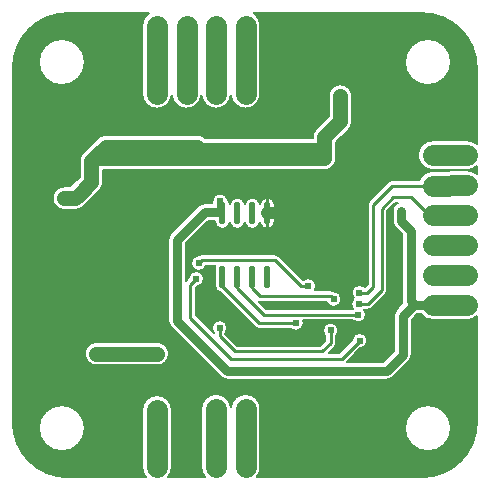
<source format=gbl>
G04 Layer: BottomLayer*
G04 EasyEDA Pro v2.1.35.b8f67982.0908df, 2023-11-24 13:13:42*
G04 Gerber Generator version 0.3*
G04 Scale: 100 percent, Rotated: No, Reflected: No*
G04 Dimensions in millimeters*
G04 Leading zeros omitted, absolute positions, 3 integers and 3 decimals*
%FSLAX33Y33*%
%MOMM*%
%ADD8191C,0.203*%
%ADD10C,0.98*%
%ADD11C,0.289*%
%ADD12O,0.568X1.95*%
%ADD13C,0.61*%
%ADD14C,1.27*%
%ADD15C,0.508*%
%ADD16C,1.8*%
%ADD17C,0.2575*%
%ADD18C,0.254*%
%ADD19C,0.8*%
G75*


G04 Copper Start*
G36*
G01X19642Y-15000D02*
G02X15000Y-19642I-4642J0D01*
G01X996D01*
G03X1319Y-18800I-935J842D01*
G01Y-17353D01*
G01Y-15842D01*
G01Y-13860D01*
G03X61Y-12601I-1258J0D01*
G03X-1189Y-13717I0J-1258D01*
G03X-2439Y-12601I-1250J-142D01*
G03X-3697Y-13860I0J-1258D01*
G01Y-15889D01*
G01Y-17353D01*
G01Y-18800D01*
G03X-3374Y-19642I1258J0D01*
G01X-6504D01*
G03X-6181Y-18800I-935J842D01*
G01Y-17400D01*
G01Y-15889D01*
G01Y-13954D01*
G03X-7439Y-12696I-1258J0D01*
G03X-8697Y-13954I0J-1258D01*
G01Y-15889D01*
G01Y-17400D01*
G01Y-18800D01*
G03X-8374Y-19642I1258J0D01*
G01X-15000D01*
G02X-19642Y-15000I0J4642D01*
G01Y15000D01*
G02X-15000Y19642I4642J0D01*
G01X-8133D01*
G03X-8697Y18593I694J-1049D01*
G01Y16869D01*
G01Y15169D01*
G01Y12812D01*
G03X-7439Y11554I1258J0D01*
G03X-6189Y12669I0J1258D01*
G03X-4939Y11554I1250J142D01*
G03X-3689Y12668I0J1258D01*
G03X-2439Y11554I1250J143D01*
G03X-1189Y12669I0J1258D01*
G03X61Y11554I1250J142D01*
G03X1319Y12812I0J1258D01*
G01Y15190D01*
G01Y16890D01*
G01Y18593D01*
G03X756Y19642I-1258J0D01*
G01X15000D01*
G02X19642Y15000I0J-4642D01*
G01Y8555D01*
G03X18800Y8878I-842J-935D01*
G01X17272D01*
G01X15900D01*
G03X14642Y7620I0J-1258D01*
G03X15900Y6362I1258J0D01*
G01X17272D01*
G01X18800D01*
G03X19642Y6685I0J1258D01*
G01Y6015D01*
G03X18800Y6338I-842J-935D01*
G01X18778D01*
G01X15878Y6287D01*
G03X14739Y5514I22J-1258D01*
G01X12497D01*
G03X12154Y5372I0J-485D01*
G01X10528Y3747D01*
G03X10386Y3404I343J-343D01*
G01Y-3304D01*
G01X10162Y-3528D01*
G01X10155D01*
G03X9703Y-3350I-452J-485D01*
G03X9040Y-4013I0J-663D01*
G03X9224Y-4472I663J0D01*
G03X8989Y-4978I428J-506D01*
G03X9147Y-5408I663J0D01*
G01X1827D01*
G01X1209Y-4790D01*
G03X1321Y-4803I112J472D01*
G01X6897D01*
G03X7518Y-5235I622J231D01*
G03X8182Y-4572I0J663D01*
G03X7525Y-3909I-663J0D01*
G03X7264Y-3833I-261J-409D01*
G01X5929D01*
G03X6048Y-3454I-545J378D01*
G03X5385Y-2791I-663J0D01*
G03X4933Y-2969I0J-663D01*
G01X4925D01*
G01X2883Y-927D01*
G03X2540Y-785I-343J-343D01*
G01X-3658D01*
G03X-3918Y-861I0J-485D01*
G03X-4575Y-1524I7J-663D01*
G03X-3912Y-2187I663J0D01*
G03X-3290Y-1755I0J663D01*
G01X-2493D01*
G03X-2547Y-2014I588J-259D01*
G01Y-3396D01*
G03X-2049Y-4022I642J0D01*
G01X876Y-6947D01*
G03X1219Y-7089I343J343D01*
G01X3866D01*
G03X4318Y-7267I452J485D01*
G03X4981Y-6604I0J663D01*
G03X4941Y-6378I-663J0D01*
G01X9149D01*
G03X9601Y-6556I452J485D01*
G03X10264Y-5893I0J663D01*
G03X10107Y-5464I-663J0D01*
G01X10414D01*
G03X10757Y-5321I0J485D01*
G01X11925Y-4153D01*
G03X12068Y-3810I-343J343D01*
G01Y2898D01*
G01X12749Y3579D01*
G01X12930D01*
G03X12501Y2896I329J-683D01*
G01Y2032D01*
G03X12723Y1496I758J0D01*
G01X13313Y905D01*
G01Y-4724D01*
G03X13344Y-4938I758J0D01*
G01X12824Y-5458D01*
G03X12602Y-5994I536J-536D01*
G01Y-8982D01*
G01X11719Y-9866D01*
G01X8624D01*
G01X9743Y-8746D01*
G03X10383Y-8084I-23J663D01*
G03X9720Y-7421I-663J0D01*
G03X9057Y-8060I0J-663D01*
G01X8001Y-9116D01*
G01X7115D01*
G01X7607Y-8623D01*
G03X7750Y-8280I-343J343D01*
G01Y-7666D01*
G03X7928Y-7214I-485J452D01*
G03X7264Y-6550I-663J0D01*
G03X6601Y-7214I0J-663D01*
G03X6779Y-7666I663J0D01*
G01Y-8079D01*
G01X6352Y-8506D01*
G01X-663D01*
G01X-1648Y-7521D01*
G01Y-7463D01*
G03X-1470Y-7010I-485J452D01*
G03X-2134Y-6347I-663J0D01*
G03X-2797Y-7010I0J-663D01*
G03X-2619Y-7463I663J0D01*
G01Y-7465D01*
G01X-4138Y-5946D01*
G01Y-3554D01*
G01X-4091Y-3508D01*
G03X-3452Y-2845I-23J663D01*
G03X-4115Y-2182I-663J0D01*
G03X-4778Y-2821I0J-663D01*
G01X-4966Y-3010D01*
G01X-4982Y-3027D01*
G01Y143D01*
G01X-3087Y2039D01*
G01X-2547D01*
G01Y2014D01*
G03X-1905Y1372I642J0D01*
G03X-1270Y1917I0J642D01*
G03X-635Y1372I635J97D01*
G03X0Y1917I0J642D01*
G03X635Y1372I635J97D01*
G03X1270Y1917I0J642D01*
G03X1905Y1372I635J97D01*
G03X2547Y2014I0J642D01*
G01Y3396D01*
G03X1905Y4038I-642J0D01*
G03X1270Y3493I0J-642D01*
G03X635Y4038I-635J-97D01*
G03X0Y3493I0J-642D01*
G03X-635Y4038I-635J-97D01*
G03X-1270Y3493I0J-642D01*
G03X-1447Y3847I-635J-97D01*
G03X-2098Y4382I-651J-127D01*
G03X-2761Y3719I0J-663D01*
G03X-2740Y3555I663J0D01*
G01X-3401D01*
G03X-3937Y3333I0J-758D01*
G01X-6276Y993D01*
G03X-6499Y457I536J-536D01*
G01Y-6401D01*
G03X-6276Y-6937I758J0D01*
G01X-2054Y-11160D01*
G03X-1517Y-11382I536J536D01*
G01X4843D01*
G01X5453D01*
G01X12033D01*
G03X12569Y-11160I0J758D01*
G01X13896Y-9832D01*
G03X14119Y-9296I-536J536D01*
G01Y-6308D01*
G01X14594Y-5833D01*
G01X14892D01*
G03X15900Y-6338I1008J753D01*
G01X16536D01*
G01X17323D01*
G01X18800D01*
G03X19642Y-6015I0J1258D01*
G01Y-15000D01*
G37*
%LPC*%
G36*
G01X-16284Y3980D02*
G03X-15290Y2987I993J0D01*
G01X-14358D01*
G03X-13656Y3278I0J993D01*
G01X-13369Y3565D01*
G01X-12303Y4632D01*
G03X-12012Y5334I-702J702D01*
G01Y6344D01*
G01X6737D01*
G03X7730Y7337I0J993D01*
G01Y8300D01*
G03X7736Y8406I-988J105D01*
G01Y8733D01*
G01X8783Y9781D01*
G01X8784D01*
G03X9075Y10483I-702J702D01*
G01Y12623D01*
G03X8081Y13616I-993J0D01*
G03X7088Y12623I0J-993D01*
G01Y10895D01*
G01X6040Y9847D01*
G03X5749Y9144I702J-702D01*
G01Y9070D01*
G01X-3349D01*
G03X-4026Y9337I-677J-726D01*
G01X-8293D01*
G01X-11137D01*
G01X-11773D01*
G03X-12475Y9046I0J-993D01*
G01X-13482Y8040D01*
G01X-13707Y7814D01*
G03X-13998Y7112I702J-702D01*
G01Y5745D01*
G01X-14770Y4973D01*
G01X-15290D01*
G03X-16284Y3980I0J-993D01*
G37*
G36*
G01X15500Y-17458D02*
G03X17458Y-15500I0J1958D01*
G03X15500Y-13542I-1958J0D01*
G03X13542Y-15500I0J-1958D01*
G03X15500Y-17458I1958J0D01*
G37*
G36*
G01X15500Y13542D02*
G03X17458Y15500I0J1958D01*
G03X15500Y17458I-1958J0D01*
G03X13542Y15500I0J-1958D01*
G03X15500Y13542I1958J0D01*
G37*
G36*
G01X-15500Y-17458D02*
G03X-13542Y-15500I0J1958D01*
G03X-15500Y-13542I-1958J0D01*
G03X-17458Y-15500I0J-1958D01*
G03X-15500Y-17458I1958J0D01*
G37*
G36*
G01X-17458Y15500D02*
G03X-15500Y13542I1958J0D01*
G03X-13542Y15500I0J1958D01*
G03X-15500Y17458I-1958J0D01*
G03X-17458Y15500I0J-1958D01*
G37*
G36*
G01X-13255Y-9897D02*
G03X-12553Y-10188I702J702D01*
G01X-10246D01*
G01X-10239D01*
G01X-7417D01*
G03X-6424Y-9195I0J993D01*
G03X-7417Y-8202I-993J0D01*
G01X-10246D01*
G01X-10253D01*
G01X-12426D01*
G03X-12562Y-8192I-136J-984D01*
G03X-13555Y-9185I0J-993D01*
G03X-13264Y-9888I993J0D01*
G01X-13255Y-9897D01*
G37*
%LPD*%
G54D8191*
G01X19642Y-15000D02*
G02X15000Y-19642I-4642J0D01*
G01X996D01*
G03X1319Y-18800I-935J842D01*
G01Y-17353D01*
G01Y-15842D01*
G01Y-13860D01*
G03X61Y-12601I-1258J0D01*
G03X-1189Y-13717I0J-1258D01*
G03X-2439Y-12601I-1250J-142D01*
G03X-3697Y-13860I0J-1258D01*
G01Y-15889D01*
G01Y-17353D01*
G01Y-18800D01*
G03X-3374Y-19642I1258J0D01*
G01X-6504D01*
G03X-6181Y-18800I-935J842D01*
G01Y-17400D01*
G01Y-15889D01*
G01Y-13954D01*
G03X-7439Y-12696I-1258J0D01*
G03X-8697Y-13954I0J-1258D01*
G01Y-15889D01*
G01Y-17400D01*
G01Y-18800D01*
G03X-8374Y-19642I1258J0D01*
G01X-15000D01*
G02X-19642Y-15000I0J4642D01*
G01Y15000D01*
G02X-15000Y19642I4642J0D01*
G01X-8133D01*
G03X-8697Y18593I694J-1049D01*
G01Y16869D01*
G01Y15169D01*
G01Y12812D01*
G03X-7439Y11554I1258J0D01*
G03X-6189Y12669I0J1258D01*
G03X-4939Y11554I1250J142D01*
G03X-3689Y12668I0J1258D01*
G03X-2439Y11554I1250J143D01*
G03X-1189Y12669I0J1258D01*
G03X61Y11554I1250J142D01*
G03X1319Y12812I0J1258D01*
G01Y15190D01*
G01Y16890D01*
G01Y18593D01*
G03X756Y19642I-1258J0D01*
G01X15000D01*
G02X19642Y15000I0J-4642D01*
G01Y8555D01*
G03X18800Y8878I-842J-935D01*
G01X17272D01*
G01X15900D01*
G03X14642Y7620I0J-1258D01*
G03X15900Y6362I1258J0D01*
G01X17272D01*
G01X18800D01*
G03X19642Y6685I0J1258D01*
G01Y6015D01*
G03X18800Y6338I-842J-935D01*
G01X18778D01*
G01X15878Y6287D01*
G03X14739Y5514I22J-1258D01*
G01X12497D01*
G03X12154Y5372I0J-485D01*
G01X10528Y3747D01*
G03X10386Y3404I343J-343D01*
G01Y-3304D01*
G01X10162Y-3528D01*
G01X10155D01*
G03X9703Y-3350I-452J-485D01*
G03X9040Y-4013I0J-663D01*
G03X9224Y-4472I663J0D01*
G03X8989Y-4978I428J-506D01*
G03X9147Y-5408I663J0D01*
G01X1827D01*
G01X1209Y-4790D01*
G03X1321Y-4803I112J472D01*
G01X6897D01*
G03X7518Y-5235I622J231D01*
G03X8182Y-4572I0J663D01*
G03X7525Y-3909I-663J0D01*
G03X7264Y-3833I-261J-409D01*
G01X5929D01*
G03X6048Y-3454I-545J378D01*
G03X5385Y-2791I-663J0D01*
G03X4933Y-2969I0J-663D01*
G01X4925D01*
G01X2883Y-927D01*
G03X2540Y-785I-343J-343D01*
G01X-3658D01*
G03X-3918Y-861I0J-485D01*
G03X-4575Y-1524I7J-663D01*
G03X-3912Y-2187I663J0D01*
G03X-3290Y-1755I0J663D01*
G01X-2493D01*
G03X-2547Y-2014I588J-259D01*
G01Y-3396D01*
G03X-2049Y-4022I642J0D01*
G01X876Y-6947D01*
G03X1219Y-7089I343J343D01*
G01X3866D01*
G03X4318Y-7267I452J485D01*
G03X4981Y-6604I0J663D01*
G03X4941Y-6378I-663J0D01*
G01X9149D01*
G03X9601Y-6556I452J485D01*
G03X10264Y-5893I0J663D01*
G03X10107Y-5464I-663J0D01*
G01X10414D01*
G03X10757Y-5321I0J485D01*
G01X11925Y-4153D01*
G03X12068Y-3810I-343J343D01*
G01Y2898D01*
G01X12749Y3579D01*
G01X12930D01*
G03X12501Y2896I329J-683D01*
G01Y2032D01*
G03X12723Y1496I758J0D01*
G01X13313Y905D01*
G01Y-4724D01*
G03X13344Y-4938I758J0D01*
G01X12824Y-5458D01*
G03X12602Y-5994I536J-536D01*
G01Y-8982D01*
G01X11719Y-9866D01*
G01X8624D01*
G01X9743Y-8746D01*
G03X10383Y-8084I-23J663D01*
G03X9720Y-7421I-663J0D01*
G03X9057Y-8060I0J-663D01*
G01X8001Y-9116D01*
G01X7115D01*
G01X7607Y-8623D01*
G03X7750Y-8280I-343J343D01*
G01Y-7666D01*
G03X7928Y-7214I-485J452D01*
G03X7264Y-6550I-663J0D01*
G03X6601Y-7214I0J-663D01*
G03X6779Y-7666I663J0D01*
G01Y-8079D01*
G01X6352Y-8506D01*
G01X-663D01*
G01X-1648Y-7521D01*
G01Y-7463D01*
G03X-1470Y-7010I-485J452D01*
G03X-2134Y-6347I-663J0D01*
G03X-2797Y-7010I0J-663D01*
G03X-2619Y-7463I663J0D01*
G01Y-7465D01*
G01X-4138Y-5946D01*
G01Y-3554D01*
G01X-4091Y-3508D01*
G03X-3452Y-2845I-23J663D01*
G03X-4115Y-2182I-663J0D01*
G03X-4778Y-2821I0J-663D01*
G01X-4966Y-3010D01*
G01X-4982Y-3027D01*
G01Y143D01*
G01X-3087Y2039D01*
G01X-2547D01*
G01Y2014D01*
G03X-1905Y1372I642J0D01*
G03X-1270Y1917I0J642D01*
G03X-635Y1372I635J97D01*
G03X0Y1917I0J642D01*
G03X635Y1372I635J97D01*
G03X1270Y1917I0J642D01*
G03X1905Y1372I635J97D01*
G03X2547Y2014I0J642D01*
G01Y3396D01*
G03X1905Y4038I-642J0D01*
G03X1270Y3493I0J-642D01*
G03X635Y4038I-635J-97D01*
G03X0Y3493I0J-642D01*
G03X-635Y4038I-635J-97D01*
G03X-1270Y3493I0J-642D01*
G03X-1447Y3847I-635J-97D01*
G03X-2098Y4382I-651J-127D01*
G03X-2761Y3719I0J-663D01*
G03X-2740Y3555I663J0D01*
G01X-3401D01*
G03X-3937Y3333I0J-758D01*
G01X-6276Y993D01*
G03X-6499Y457I536J-536D01*
G01Y-6401D01*
G03X-6276Y-6937I758J0D01*
G01X-2054Y-11160D01*
G03X-1517Y-11382I536J536D01*
G01X4843D01*
G01X5453D01*
G01X12033D01*
G03X12569Y-11160I0J758D01*
G01X13896Y-9832D01*
G03X14119Y-9296I-536J536D01*
G01Y-6308D01*
G01X14594Y-5833D01*
G01X14892D01*
G03X15900Y-6338I1008J753D01*
G01X16536D01*
G01X17323D01*
G01X18800D01*
G03X19642Y-6015I0J1258D01*
G01Y-15000D01*
G01X-16284Y3980D02*
G03X-15290Y2987I993J0D01*
G01X-14358D01*
G03X-13656Y3278I0J993D01*
G01X-13369Y3565D01*
G01X-12303Y4632D01*
G03X-12012Y5334I-702J702D01*
G01Y6344D01*
G01X6737D01*
G03X7730Y7337I0J993D01*
G01Y8300D01*
G03X7736Y8406I-988J105D01*
G01Y8733D01*
G01X8783Y9781D01*
G01X8784D01*
G03X9075Y10483I-702J702D01*
G01Y12623D01*
G03X8081Y13616I-993J0D01*
G03X7088Y12623I0J-993D01*
G01Y10895D01*
G01X6040Y9847D01*
G03X5749Y9144I702J-702D01*
G01Y9070D01*
G01X-3349D01*
G03X-4026Y9337I-677J-726D01*
G01X-8293D01*
G01X-11137D01*
G01X-11773D01*
G03X-12475Y9046I0J-993D01*
G01X-13482Y8040D01*
G01X-13707Y7814D01*
G03X-13998Y7112I702J-702D01*
G01Y5745D01*
G01X-14770Y4973D01*
G01X-15290D01*
G03X-16284Y3980I0J-993D01*
G01X15500Y-17458D02*
G03X17458Y-15500I0J1958D01*
G03X15500Y-13542I-1958J0D01*
G03X13542Y-15500I0J-1958D01*
G03X15500Y-17458I1958J0D01*
G01X15500Y13542D02*
G03X17458Y15500I0J1958D01*
G03X15500Y17458I-1958J0D01*
G03X13542Y15500I0J-1958D01*
G03X15500Y13542I1958J0D01*
G01X-15500Y-17458D02*
G03X-13542Y-15500I0J1958D01*
G03X-15500Y-13542I-1958J0D01*
G03X-17458Y-15500I0J-1958D01*
G03X-15500Y-17458I1958J0D01*
G01X-17458Y15500D02*
G03X-15500Y13542I1958J0D01*
G03X-13542Y15500I0J1958D01*
G03X-15500Y17458I-1958J0D01*
G03X-17458Y15500I0J-1958D01*
G01X-13255Y-9897D02*
G03X-12553Y-10188I702J702D01*
G01X-10246D01*
G01X-10239D01*
G01X-7417D01*
G03X-6424Y-9195I0J993D01*
G03X-7417Y-8202I-993J0D01*
G01X-10246D01*
G01X-10253D01*
G01X-12426D01*
G03X-12562Y-8192I-136J-984D01*
G03X-13555Y-9185I0J-993D01*
G03X-13264Y-9888I993J0D01*
G01X-13255Y-9897D01*
G54D10*
G01X1905Y2705D02*
G01X2448Y2705D01*
G54D11*
G01X1905Y2705D02*
G01X1905Y3939D01*
G01X1905Y2705D02*
G01X1905Y1471D01*
G04 Copper End*

G04 Pad Start*
G54D12*
G01X-1905Y2705D03*
G01X-635Y2705D03*
G01X635Y2705D03*
G01X1905Y2705D03*
G01X-1905Y-2705D03*
G01X-635Y-2705D03*
G01X635Y-2705D03*
G01X1905Y-2705D03*
G04 Pad End*

G04 Via Start*
G54D13*
G01X9703Y-4013D03*
G01X9652Y-4978D03*
G01X-635Y2705D03*
G01X7518Y-4572D03*
G01X4318Y-6604D03*
G01X9601Y-5893D03*
G01X7264Y-7214D03*
G01X-2134Y-7010D03*
G01X-4115Y-2845D03*
G01X9720Y-8084D03*
G01X5385Y-3454D03*
G01X-3912Y-1524D03*
G01X13259Y2896D03*
G01X13259Y2032D03*
G01X4843Y-10624D03*
G01X5453Y-10624D03*
G01X-7439Y-13954D03*
G01X-7439Y-15889D03*
G01X-7439Y-18948D03*
G01X-4939Y-18988D03*
G01X-4939Y-15842D03*
G01X-4939Y-13907D03*
G01X-4939Y-17400D03*
G01X-7439Y-17400D03*
G01X-2439Y-13860D03*
G01X-2439Y-18999D03*
G01X-2439Y-15889D03*
G01X-2439Y-17353D03*
G01X61Y-13860D03*
G01X61Y-15842D03*
G01X61Y-17353D03*
G01X61Y-18948D03*
G01X-7439Y15169D03*
G01X-4939Y15169D03*
G01X-2439Y15169D03*
G01X61Y15190D03*
G01X61Y18593D03*
G01X61Y16890D03*
G01X-2439Y16869D03*
G01X-4939Y16848D03*
G01X-7439Y16869D03*
G01X-4939Y18593D03*
G01X-2439Y18593D03*
G01X61Y12812D03*
G01X-2439Y12812D03*
G01X-4939Y12812D03*
G01X-7439Y12812D03*
G01X-4343Y7447D03*
G01X-3759Y8077D03*
G01X6737Y7337D03*
G01X6743Y8406D03*
G01X-11137Y8344D03*
G01X-13005Y7112D03*
G01X-14072Y4267D03*
G01X8081Y10483D03*
G01X-15290Y3980D03*
G01X8081Y12623D03*
G01X-7417Y-9195D03*
G01X-12562Y-9185D03*
G01X-10246Y-9195D03*
G01X-10719Y-14275D03*
G01X3150Y-14275D03*
G01X5537Y4928D03*
G01X3983Y4928D03*
G01X-5480Y4934D03*
G01X-7074Y4934D03*
G01X-7061Y3912D03*
G01X-5486Y3912D03*
G01X4025Y4023D03*
G01X5556Y4023D03*
G01X10516Y7518D03*
G01X10566Y5842D03*
G01X-2118Y2797D03*
G01X-2098Y3719D03*
G01X7976Y-8585D03*
G01X-762Y-7010D03*
G01X-7439Y18593D03*
G01X18796Y7620D03*
G01X18796Y5029D03*
G01X18796Y2540D03*
G01X18796Y0D03*
G01X18796Y-2540D03*
G01X18796Y-5080D03*
G01X18796Y-7620D03*
G01X17272Y7620D03*
G01X17272Y5029D03*
G01X17272Y2540D03*
G01X17272Y0D03*
G01X17323Y-2540D03*
G01X17323Y-5080D03*
G01X17323Y-7620D03*
G01X18593Y11989D03*
G01X12700Y18694D03*
G01X-12294Y18847D03*
G01X-18542Y11532D03*
G01X-12344Y11481D03*
G01X12703Y12006D03*
G01X17628Y-11481D03*
G01X10516Y-11684D03*
G01X11481Y-18644D03*
G01X-11938Y-18999D03*
G01X-12090Y-11633D03*
G01X-18796Y-11582D03*
G01X7010Y-12598D03*
G01X3150Y-11887D03*
G01X-15037Y-9754D03*
G01X-15037Y406D03*
G01X-8230Y51D03*
G01X-9957Y10566D03*
G01X-4928Y-12141D03*
G01X4318Y-18745D03*
G01X5131Y11379D03*
G01X5283Y15646D03*
G01X10363Y15646D03*
G01X15443Y-9754D03*
G01X15443Y10566D03*
G01X-4928Y-10312D03*
G01X-14681Y-4267D03*
G01X-10719Y2235D03*
G01X-18591Y4426D03*
G01X2743Y14834D03*
G01X-10008Y14935D03*
G01X-16764Y7620D03*
G01X-16490Y-4250D03*
G01X15520Y7620D03*
G01X15443Y5029D03*
G01X15430Y2540D03*
G01X15450Y0D03*
G01X15414Y-2540D03*
G01X15394Y-5075D03*
G01X15430Y-7631D03*
G01X4470Y-1270D03*
G04 Via End*

G04 Track Start*
G54D14*
G01X-14072Y4267D02*
G01X-13005Y5334D01*
G01Y7112D01*
G01X-11773Y8344D02*
G01X-11137Y8344D01*
G01X-4343Y7447D02*
G01X-3759Y8031D01*
G01Y8077D01*
G01X6737Y7337D02*
G01X6737Y8400D01*
G01X6743Y8406D01*
G01X8081Y10483D02*
G01X6743Y9144D01*
G01Y8406D01*
G01X-3759Y8077D02*
G01X6414Y8077D01*
G01X6737Y8400D01*
G01X-4343Y7447D02*
G01X-7396Y7447D01*
G01X-8293Y8344D02*
G01X-11137Y8344D01*
G01X-7396Y7447D02*
G01X-8293Y8344D01*
G01X8081Y10483D02*
G01X8081Y12623D01*
G01X6737Y7337D02*
G01X-12780Y7337D01*
G01X-13005Y7112D01*
G01X-12780Y7337D02*
G01X-11773Y8344D01*
G01X-4026Y8344D02*
G01X-3759Y8077D01*
G01X-8293Y8344D02*
G01X-4026Y8344D01*
G01X-14072Y4267D02*
G01X-14358Y3980D01*
G01X-15290D01*
G54D15*
G01X-2098Y3719D02*
G01X-2098Y2898D01*
G01X-1905Y2705D01*
G54D16*
G01X61Y-13860D02*
G01X61Y-15842D01*
G01Y-17353D01*
G01Y-18800D01*
G01X-2439Y-13860D02*
G01X-2439Y-15889D01*
G01Y-17353D01*
G01Y-18800D01*
G01X-4939Y-13907D02*
G01X-4939Y-15842D01*
G01Y-17400D01*
G01Y-18800D01*
G01X-7439Y-13954D02*
G01X-7439Y-15889D01*
G01Y-17400D01*
G01Y-18800D01*
G01X61Y12812D02*
G01X61Y15190D01*
G01Y16890D01*
G01Y18593D01*
G01X-2439Y12812D02*
G01X-2439Y15169D01*
G01Y16869D01*
G01Y18593D01*
G01X-4939Y12812D02*
G01X-4939Y15169D01*
G01Y16848D01*
G01Y18593D01*
G01X-7439Y12812D02*
G01X-7439Y15169D01*
G01Y16869D01*
G01Y18593D01*
G54D18*
G01X18796Y2540D02*
G01X18786Y2550D01*
G54D16*
G01X17272Y7620D02*
G01X15900Y7620D01*
G01X17272Y7620D02*
G01X18800Y7620D01*
G54D18*
G01X17272Y5029D02*
G01X18796Y5029D01*
G54D16*
G01X17272Y2540D02*
G01X15910Y2540D01*
G01X17272Y0D02*
G01X15900Y0D01*
G01X17272Y0D02*
G01X18800Y0D01*
G01X17323Y-2540D02*
G01X15900Y-2540D01*
G01X17323Y-2540D02*
G01X18800Y-2540D01*
G01X17323Y-5080D02*
G01X18800Y-5080D01*
G01X17323Y-7620D02*
G01X18800Y-7620D01*
G54D14*
G01X-10246Y-9195D02*
G01X-12553Y-9195D01*
G01X-12562Y-9185D01*
G01X-7417Y-9195D02*
G01X-10246Y-9195D01*
G54D16*
G01X15900Y-5080D02*
G01X16536Y-5080D01*
G01X17323Y-5080D02*
G01X16536Y-5080D01*
G54D18*
G01X17272Y5029D02*
G01X15900Y5029D01*
G54D16*
G01X17323Y-7620D02*
G01X15900Y-7620D01*
G54D18*
G01X9703Y-4013D02*
G01X10363Y-4013D01*
G54D15*
G01X16536Y-5080D02*
G01X15394Y-5075D01*
G54D16*
G01X17272Y2540D02*
G01X18796Y2540D01*
G01X18800D01*
G01X15910Y2540D02*
G01X15900Y2550D01*
G01X15900Y5029D02*
G01X18800Y5080D01*
G54D18*
G01X12497Y5029D02*
G01X15443Y5029D01*
G01X15900D01*
G54D19*
G01X13259Y2896D02*
G01X13259Y2032D01*
G01X-5740Y-6401D02*
G01X-1517Y-10624D01*
G01X4843D01*
G01X5453D01*
G01X15394Y-5075D02*
G01X14422Y-5075D01*
G01X14280Y-5075D02*
G01X14422Y-5075D01*
G01X13360Y-5994D02*
G01X14280Y-5075D01*
G54D18*
G01X9652Y-4978D02*
G01X10414Y-4978D01*
G54D19*
G01X13259Y2032D02*
G01X14072Y1219D01*
G01Y-4724D01*
G01X14422Y-5075D01*
G54D18*
G01X10363Y-4013D02*
G01X10871Y-3505D01*
G01Y3404D01*
G01X12497Y5029D01*
G01X10414Y-4978D02*
G01X11582Y-3810D01*
G01Y3099D01*
G01X12548Y4064D01*
G01X15900Y2550D02*
G01X18786Y2550D01*
G01X15900Y2550D02*
G01X15585Y2550D01*
G01X14072Y4064D01*
G01X12548D01*
G54D19*
G01X5453Y-10624D02*
G01X12033Y-10624D01*
G01X13360Y-9296D01*
G01Y-5994D01*
G01X-2118Y2797D02*
G01X-3401Y2797D01*
G01X-5740Y457D01*
G01Y-6401D01*
G54D18*
G01X-1168Y-9601D02*
G01X8202Y-9601D01*
G01X9720Y-8084D01*
G01X-2134Y-7010D02*
G01X-2134Y-7722D01*
G01X-864Y-8992D01*
G01X7264Y-7214D02*
G01X7264Y-8280D01*
G01X6553Y-8992D01*
G01X-864D01*
G01X-635Y-3632D02*
G01X-635Y-2705D01*
G01X-1905Y-3480D02*
G01X-1905Y-2705D01*
G01X4318Y-6604D02*
G01X1219Y-6604D01*
G01X-1905Y-3480D01*
G01X635Y-3632D02*
G01X635Y-2705D01*
G01X7518Y-4572D02*
G01X7264Y-4318D01*
G01X1321D01*
G01X635Y-3632D01*
G01X-4115Y-2845D02*
G01X-4623Y-3353D01*
G01Y-6147D01*
G01X-1168Y-9601D01*
G01X1626Y-5893D02*
G01X-635Y-3632D01*
G01X9601Y-5893D02*
G01X1626Y-5893D01*
G01X-3658Y-1270D02*
G01X-3912Y-1524D01*
G01X5385Y-3454D02*
G01X4724Y-3454D01*
G01X2540Y-1270D01*
G01X-3658D01*
G04 Track End*

M02*

</source>
